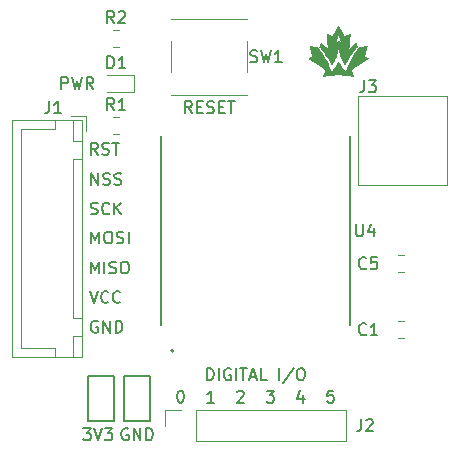
<source format=gto>
G04 #@! TF.GenerationSoftware,KiCad,Pcbnew,(5.1.5)-3*
G04 #@! TF.CreationDate,2020-09-09T21:25:51-04:00*
G04 #@! TF.ProjectId,telemetry_breakout,74656c65-6d65-4747-9279-5f627265616b,rev?*
G04 #@! TF.SameCoordinates,Original*
G04 #@! TF.FileFunction,Legend,Top*
G04 #@! TF.FilePolarity,Positive*
%FSLAX46Y46*%
G04 Gerber Fmt 4.6, Leading zero omitted, Abs format (unit mm)*
G04 Created by KiCad (PCBNEW (5.1.5)-3) date 2020-09-09 21:25:51*
%MOMM*%
%LPD*%
G04 APERTURE LIST*
%ADD10C,0.150000*%
%ADD11C,0.120000*%
%ADD12C,0.200000*%
%ADD13C,0.127000*%
%ADD14C,0.010000*%
G04 APERTURE END LIST*
D10*
X199390095Y-114562000D02*
X199294857Y-114514380D01*
X199152000Y-114514380D01*
X199009142Y-114562000D01*
X198913904Y-114657238D01*
X198866285Y-114752476D01*
X198818666Y-114942952D01*
X198818666Y-115085809D01*
X198866285Y-115276285D01*
X198913904Y-115371523D01*
X199009142Y-115466761D01*
X199152000Y-115514380D01*
X199247238Y-115514380D01*
X199390095Y-115466761D01*
X199437714Y-115419142D01*
X199437714Y-115085809D01*
X199247238Y-115085809D01*
X199866285Y-115514380D02*
X199866285Y-114514380D01*
X200437714Y-115514380D01*
X200437714Y-114514380D01*
X200913904Y-115514380D02*
X200913904Y-114514380D01*
X201152000Y-114514380D01*
X201294857Y-114562000D01*
X201390095Y-114657238D01*
X201437714Y-114752476D01*
X201485333Y-114942952D01*
X201485333Y-115085809D01*
X201437714Y-115276285D01*
X201390095Y-115371523D01*
X201294857Y-115466761D01*
X201152000Y-115514380D01*
X200913904Y-115514380D01*
X195611904Y-114514380D02*
X196230952Y-114514380D01*
X195897619Y-114895333D01*
X196040476Y-114895333D01*
X196135714Y-114942952D01*
X196183333Y-114990571D01*
X196230952Y-115085809D01*
X196230952Y-115323904D01*
X196183333Y-115419142D01*
X196135714Y-115466761D01*
X196040476Y-115514380D01*
X195754761Y-115514380D01*
X195659523Y-115466761D01*
X195611904Y-115419142D01*
X196516666Y-114514380D02*
X196850000Y-115514380D01*
X197183333Y-114514380D01*
X197421428Y-114514380D02*
X198040476Y-114514380D01*
X197707142Y-114895333D01*
X197850000Y-114895333D01*
X197945238Y-114942952D01*
X197992857Y-114990571D01*
X198040476Y-115085809D01*
X198040476Y-115323904D01*
X197992857Y-115419142D01*
X197945238Y-115466761D01*
X197850000Y-115514380D01*
X197564285Y-115514380D01*
X197469047Y-115466761D01*
X197421428Y-115419142D01*
X193738666Y-85796380D02*
X193738666Y-84796380D01*
X194119619Y-84796380D01*
X194214857Y-84844000D01*
X194262476Y-84891619D01*
X194310095Y-84986857D01*
X194310095Y-85129714D01*
X194262476Y-85224952D01*
X194214857Y-85272571D01*
X194119619Y-85320190D01*
X193738666Y-85320190D01*
X194643428Y-84796380D02*
X194881523Y-85796380D01*
X195072000Y-85082095D01*
X195262476Y-85796380D01*
X195500571Y-84796380D01*
X196452952Y-85796380D02*
X196119619Y-85320190D01*
X195881523Y-85796380D02*
X195881523Y-84796380D01*
X196262476Y-84796380D01*
X196357714Y-84844000D01*
X196405333Y-84891619D01*
X196452952Y-84986857D01*
X196452952Y-85129714D01*
X196405333Y-85224952D01*
X196357714Y-85272571D01*
X196262476Y-85320190D01*
X195881523Y-85320190D01*
X206065952Y-110434380D02*
X206065952Y-109434380D01*
X206304047Y-109434380D01*
X206446904Y-109482000D01*
X206542142Y-109577238D01*
X206589761Y-109672476D01*
X206637380Y-109862952D01*
X206637380Y-110005809D01*
X206589761Y-110196285D01*
X206542142Y-110291523D01*
X206446904Y-110386761D01*
X206304047Y-110434380D01*
X206065952Y-110434380D01*
X207065952Y-110434380D02*
X207065952Y-109434380D01*
X208065952Y-109482000D02*
X207970714Y-109434380D01*
X207827857Y-109434380D01*
X207685000Y-109482000D01*
X207589761Y-109577238D01*
X207542142Y-109672476D01*
X207494523Y-109862952D01*
X207494523Y-110005809D01*
X207542142Y-110196285D01*
X207589761Y-110291523D01*
X207685000Y-110386761D01*
X207827857Y-110434380D01*
X207923095Y-110434380D01*
X208065952Y-110386761D01*
X208113571Y-110339142D01*
X208113571Y-110005809D01*
X207923095Y-110005809D01*
X208542142Y-110434380D02*
X208542142Y-109434380D01*
X208875476Y-109434380D02*
X209446904Y-109434380D01*
X209161190Y-110434380D02*
X209161190Y-109434380D01*
X209732619Y-110148666D02*
X210208809Y-110148666D01*
X209637380Y-110434380D02*
X209970714Y-109434380D01*
X210304047Y-110434380D01*
X211113571Y-110434380D02*
X210637380Y-110434380D01*
X210637380Y-109434380D01*
X212208809Y-110434380D02*
X212208809Y-109434380D01*
X213399285Y-109386761D02*
X212542142Y-110672476D01*
X213923095Y-109434380D02*
X214113571Y-109434380D01*
X214208809Y-109482000D01*
X214304047Y-109577238D01*
X214351666Y-109767714D01*
X214351666Y-110101047D01*
X214304047Y-110291523D01*
X214208809Y-110386761D01*
X214113571Y-110434380D01*
X213923095Y-110434380D01*
X213827857Y-110386761D01*
X213732619Y-110291523D01*
X213685000Y-110101047D01*
X213685000Y-109767714D01*
X213732619Y-109577238D01*
X213827857Y-109482000D01*
X213923095Y-109434380D01*
X196809404Y-105450000D02*
X196714166Y-105402380D01*
X196571309Y-105402380D01*
X196428452Y-105450000D01*
X196333214Y-105545238D01*
X196285595Y-105640476D01*
X196237976Y-105830952D01*
X196237976Y-105973809D01*
X196285595Y-106164285D01*
X196333214Y-106259523D01*
X196428452Y-106354761D01*
X196571309Y-106402380D01*
X196666547Y-106402380D01*
X196809404Y-106354761D01*
X196857023Y-106307142D01*
X196857023Y-105973809D01*
X196666547Y-105973809D01*
X197285595Y-106402380D02*
X197285595Y-105402380D01*
X197857023Y-106402380D01*
X197857023Y-105402380D01*
X198333214Y-106402380D02*
X198333214Y-105402380D01*
X198571309Y-105402380D01*
X198714166Y-105450000D01*
X198809404Y-105545238D01*
X198857023Y-105640476D01*
X198904642Y-105830952D01*
X198904642Y-105973809D01*
X198857023Y-106164285D01*
X198809404Y-106259523D01*
X198714166Y-106354761D01*
X198571309Y-106402380D01*
X198333214Y-106402380D01*
X196142738Y-102902380D02*
X196476071Y-103902380D01*
X196809404Y-102902380D01*
X197714166Y-103807142D02*
X197666547Y-103854761D01*
X197523690Y-103902380D01*
X197428452Y-103902380D01*
X197285595Y-103854761D01*
X197190357Y-103759523D01*
X197142738Y-103664285D01*
X197095119Y-103473809D01*
X197095119Y-103330952D01*
X197142738Y-103140476D01*
X197190357Y-103045238D01*
X197285595Y-102950000D01*
X197428452Y-102902380D01*
X197523690Y-102902380D01*
X197666547Y-102950000D01*
X197714166Y-102997619D01*
X198714166Y-103807142D02*
X198666547Y-103854761D01*
X198523690Y-103902380D01*
X198428452Y-103902380D01*
X198285595Y-103854761D01*
X198190357Y-103759523D01*
X198142738Y-103664285D01*
X198095119Y-103473809D01*
X198095119Y-103330952D01*
X198142738Y-103140476D01*
X198190357Y-103045238D01*
X198285595Y-102950000D01*
X198428452Y-102902380D01*
X198523690Y-102902380D01*
X198666547Y-102950000D01*
X198714166Y-102997619D01*
X196235595Y-101402380D02*
X196235595Y-100402380D01*
X196568928Y-101116666D01*
X196902261Y-100402380D01*
X196902261Y-101402380D01*
X197378452Y-101402380D02*
X197378452Y-100402380D01*
X197807023Y-101354761D02*
X197949880Y-101402380D01*
X198187976Y-101402380D01*
X198283214Y-101354761D01*
X198330833Y-101307142D01*
X198378452Y-101211904D01*
X198378452Y-101116666D01*
X198330833Y-101021428D01*
X198283214Y-100973809D01*
X198187976Y-100926190D01*
X197997500Y-100878571D01*
X197902261Y-100830952D01*
X197854642Y-100783333D01*
X197807023Y-100688095D01*
X197807023Y-100592857D01*
X197854642Y-100497619D01*
X197902261Y-100450000D01*
X197997500Y-100402380D01*
X198235595Y-100402380D01*
X198378452Y-100450000D01*
X198997500Y-100402380D02*
X199187976Y-100402380D01*
X199283214Y-100450000D01*
X199378452Y-100545238D01*
X199426071Y-100735714D01*
X199426071Y-101069047D01*
X199378452Y-101259523D01*
X199283214Y-101354761D01*
X199187976Y-101402380D01*
X198997500Y-101402380D01*
X198902261Y-101354761D01*
X198807023Y-101259523D01*
X198759404Y-101069047D01*
X198759404Y-100735714D01*
X198807023Y-100545238D01*
X198902261Y-100450000D01*
X198997500Y-100402380D01*
X196285595Y-98852380D02*
X196285595Y-97852380D01*
X196618928Y-98566666D01*
X196952261Y-97852380D01*
X196952261Y-98852380D01*
X197618928Y-97852380D02*
X197809404Y-97852380D01*
X197904642Y-97900000D01*
X197999880Y-97995238D01*
X198047500Y-98185714D01*
X198047500Y-98519047D01*
X197999880Y-98709523D01*
X197904642Y-98804761D01*
X197809404Y-98852380D01*
X197618928Y-98852380D01*
X197523690Y-98804761D01*
X197428452Y-98709523D01*
X197380833Y-98519047D01*
X197380833Y-98185714D01*
X197428452Y-97995238D01*
X197523690Y-97900000D01*
X197618928Y-97852380D01*
X198428452Y-98804761D02*
X198571309Y-98852380D01*
X198809404Y-98852380D01*
X198904642Y-98804761D01*
X198952261Y-98757142D01*
X198999880Y-98661904D01*
X198999880Y-98566666D01*
X198952261Y-98471428D01*
X198904642Y-98423809D01*
X198809404Y-98376190D01*
X198618928Y-98328571D01*
X198523690Y-98280952D01*
X198476071Y-98233333D01*
X198428452Y-98138095D01*
X198428452Y-98042857D01*
X198476071Y-97947619D01*
X198523690Y-97900000D01*
X198618928Y-97852380D01*
X198857023Y-97852380D01*
X198999880Y-97900000D01*
X199428452Y-98852380D02*
X199428452Y-97852380D01*
X196237976Y-96354761D02*
X196380833Y-96402380D01*
X196618928Y-96402380D01*
X196714166Y-96354761D01*
X196761785Y-96307142D01*
X196809404Y-96211904D01*
X196809404Y-96116666D01*
X196761785Y-96021428D01*
X196714166Y-95973809D01*
X196618928Y-95926190D01*
X196428452Y-95878571D01*
X196333214Y-95830952D01*
X196285595Y-95783333D01*
X196237976Y-95688095D01*
X196237976Y-95592857D01*
X196285595Y-95497619D01*
X196333214Y-95450000D01*
X196428452Y-95402380D01*
X196666547Y-95402380D01*
X196809404Y-95450000D01*
X197809404Y-96307142D02*
X197761785Y-96354761D01*
X197618928Y-96402380D01*
X197523690Y-96402380D01*
X197380833Y-96354761D01*
X197285595Y-96259523D01*
X197237976Y-96164285D01*
X197190357Y-95973809D01*
X197190357Y-95830952D01*
X197237976Y-95640476D01*
X197285595Y-95545238D01*
X197380833Y-95450000D01*
X197523690Y-95402380D01*
X197618928Y-95402380D01*
X197761785Y-95450000D01*
X197809404Y-95497619D01*
X198237976Y-96402380D02*
X198237976Y-95402380D01*
X198809404Y-96402380D02*
X198380833Y-95830952D01*
X198809404Y-95402380D02*
X198237976Y-95973809D01*
X196285595Y-93902380D02*
X196285595Y-92902380D01*
X196857023Y-93902380D01*
X196857023Y-92902380D01*
X197285595Y-93854761D02*
X197428452Y-93902380D01*
X197666547Y-93902380D01*
X197761785Y-93854761D01*
X197809404Y-93807142D01*
X197857023Y-93711904D01*
X197857023Y-93616666D01*
X197809404Y-93521428D01*
X197761785Y-93473809D01*
X197666547Y-93426190D01*
X197476071Y-93378571D01*
X197380833Y-93330952D01*
X197333214Y-93283333D01*
X197285595Y-93188095D01*
X197285595Y-93092857D01*
X197333214Y-92997619D01*
X197380833Y-92950000D01*
X197476071Y-92902380D01*
X197714166Y-92902380D01*
X197857023Y-92950000D01*
X198237976Y-93854761D02*
X198380833Y-93902380D01*
X198618928Y-93902380D01*
X198714166Y-93854761D01*
X198761785Y-93807142D01*
X198809404Y-93711904D01*
X198809404Y-93616666D01*
X198761785Y-93521428D01*
X198714166Y-93473809D01*
X198618928Y-93426190D01*
X198428452Y-93378571D01*
X198333214Y-93330952D01*
X198285595Y-93283333D01*
X198237976Y-93188095D01*
X198237976Y-93092857D01*
X198285595Y-92997619D01*
X198333214Y-92950000D01*
X198428452Y-92902380D01*
X198666547Y-92902380D01*
X198809404Y-92950000D01*
X196807023Y-91352380D02*
X196473690Y-90876190D01*
X196235595Y-91352380D02*
X196235595Y-90352380D01*
X196616547Y-90352380D01*
X196711785Y-90400000D01*
X196759404Y-90447619D01*
X196807023Y-90542857D01*
X196807023Y-90685714D01*
X196759404Y-90780952D01*
X196711785Y-90828571D01*
X196616547Y-90876190D01*
X196235595Y-90876190D01*
X197187976Y-91304761D02*
X197330833Y-91352380D01*
X197568928Y-91352380D01*
X197664166Y-91304761D01*
X197711785Y-91257142D01*
X197759404Y-91161904D01*
X197759404Y-91066666D01*
X197711785Y-90971428D01*
X197664166Y-90923809D01*
X197568928Y-90876190D01*
X197378452Y-90828571D01*
X197283214Y-90780952D01*
X197235595Y-90733333D01*
X197187976Y-90638095D01*
X197187976Y-90542857D01*
X197235595Y-90447619D01*
X197283214Y-90400000D01*
X197378452Y-90352380D01*
X197616547Y-90352380D01*
X197759404Y-90400000D01*
X198045119Y-90352380D02*
X198616547Y-90352380D01*
X198330833Y-91352380D02*
X198330833Y-90352380D01*
X204795619Y-87828380D02*
X204462285Y-87352190D01*
X204224190Y-87828380D02*
X204224190Y-86828380D01*
X204605142Y-86828380D01*
X204700380Y-86876000D01*
X204748000Y-86923619D01*
X204795619Y-87018857D01*
X204795619Y-87161714D01*
X204748000Y-87256952D01*
X204700380Y-87304571D01*
X204605142Y-87352190D01*
X204224190Y-87352190D01*
X205224190Y-87304571D02*
X205557523Y-87304571D01*
X205700380Y-87828380D02*
X205224190Y-87828380D01*
X205224190Y-86828380D01*
X205700380Y-86828380D01*
X206081333Y-87780761D02*
X206224190Y-87828380D01*
X206462285Y-87828380D01*
X206557523Y-87780761D01*
X206605142Y-87733142D01*
X206652761Y-87637904D01*
X206652761Y-87542666D01*
X206605142Y-87447428D01*
X206557523Y-87399809D01*
X206462285Y-87352190D01*
X206271809Y-87304571D01*
X206176571Y-87256952D01*
X206128952Y-87209333D01*
X206081333Y-87114095D01*
X206081333Y-87018857D01*
X206128952Y-86923619D01*
X206176571Y-86876000D01*
X206271809Y-86828380D01*
X206509904Y-86828380D01*
X206652761Y-86876000D01*
X207081333Y-87304571D02*
X207414666Y-87304571D01*
X207557523Y-87828380D02*
X207081333Y-87828380D01*
X207081333Y-86828380D01*
X207557523Y-86828380D01*
X207843238Y-86828380D02*
X208414666Y-86828380D01*
X208128952Y-87828380D02*
X208128952Y-86828380D01*
X216773095Y-111339380D02*
X216296904Y-111339380D01*
X216249285Y-111815571D01*
X216296904Y-111767952D01*
X216392142Y-111720333D01*
X216630238Y-111720333D01*
X216725476Y-111767952D01*
X216773095Y-111815571D01*
X216820714Y-111910809D01*
X216820714Y-112148904D01*
X216773095Y-112244142D01*
X216725476Y-112291761D01*
X216630238Y-112339380D01*
X216392142Y-112339380D01*
X216296904Y-112291761D01*
X216249285Y-112244142D01*
X214185476Y-111672714D02*
X214185476Y-112339380D01*
X213947380Y-111291761D02*
X213709285Y-112006047D01*
X214328333Y-112006047D01*
X211121666Y-111339380D02*
X211740714Y-111339380D01*
X211407380Y-111720333D01*
X211550238Y-111720333D01*
X211645476Y-111767952D01*
X211693095Y-111815571D01*
X211740714Y-111910809D01*
X211740714Y-112148904D01*
X211693095Y-112244142D01*
X211645476Y-112291761D01*
X211550238Y-112339380D01*
X211264523Y-112339380D01*
X211169285Y-112291761D01*
X211121666Y-112244142D01*
X208629285Y-111434619D02*
X208676904Y-111387000D01*
X208772142Y-111339380D01*
X209010238Y-111339380D01*
X209105476Y-111387000D01*
X209153095Y-111434619D01*
X209200714Y-111529857D01*
X209200714Y-111625095D01*
X209153095Y-111767952D01*
X208581666Y-112339380D01*
X209200714Y-112339380D01*
X206660714Y-112339380D02*
X206089285Y-112339380D01*
X206375000Y-112339380D02*
X206375000Y-111339380D01*
X206279761Y-111482238D01*
X206184523Y-111577476D01*
X206089285Y-111625095D01*
X203787380Y-111339380D02*
X203882619Y-111339380D01*
X203977857Y-111387000D01*
X204025476Y-111434619D01*
X204073095Y-111529857D01*
X204120714Y-111720333D01*
X204120714Y-111958428D01*
X204073095Y-112148904D01*
X204025476Y-112244142D01*
X203977857Y-112291761D01*
X203882619Y-112339380D01*
X203787380Y-112339380D01*
X203692142Y-112291761D01*
X203644523Y-112244142D01*
X203596904Y-112148904D01*
X203549285Y-111958428D01*
X203549285Y-111720333D01*
X203596904Y-111529857D01*
X203644523Y-111434619D01*
X203692142Y-111387000D01*
X203787380Y-111339380D01*
X201252000Y-113914000D02*
X199052000Y-113914000D01*
X201252000Y-110114000D02*
X201252000Y-113914000D01*
X199052000Y-110114000D02*
X201252000Y-110114000D01*
X199052000Y-113914000D02*
X199052000Y-110114000D01*
X198204000Y-113914000D02*
X196004000Y-113914000D01*
X198204000Y-110114000D02*
X198204000Y-113914000D01*
X196004000Y-110114000D02*
X198204000Y-110114000D01*
X196004000Y-113914000D02*
X196004000Y-110114000D01*
D11*
X198635252Y-80824000D02*
X198112748Y-80824000D01*
X198635252Y-82244000D02*
X198112748Y-82244000D01*
X199859000Y-84609000D02*
X197574000Y-84609000D01*
X199859000Y-86079000D02*
X199859000Y-84609000D01*
X197574000Y-86079000D02*
X199859000Y-86079000D01*
D12*
X203235000Y-107940000D02*
G75*
G03X203235000Y-107940000I-100000J0D01*
G01*
D13*
X202185000Y-105790000D02*
X202185000Y-89790000D01*
X218185000Y-105790000D02*
X218185000Y-89790000D01*
D14*
G36*
X217177914Y-80447905D02*
G01*
X217188516Y-80465069D01*
X217204733Y-80492494D01*
X217226017Y-80529215D01*
X217251817Y-80574269D01*
X217281583Y-80626690D01*
X217314765Y-80685515D01*
X217350813Y-80749778D01*
X217389176Y-80818517D01*
X217422447Y-80878394D01*
X217462369Y-80950367D01*
X217500398Y-81018895D01*
X217535983Y-81082988D01*
X217568574Y-81141656D01*
X217597619Y-81193908D01*
X217622569Y-81238755D01*
X217642873Y-81275205D01*
X217657980Y-81302270D01*
X217667339Y-81318958D01*
X217670334Y-81324197D01*
X217674557Y-81325601D01*
X217684410Y-81323950D01*
X217700913Y-81318851D01*
X217725090Y-81309909D01*
X217757962Y-81296728D01*
X217800551Y-81278916D01*
X217853880Y-81256076D01*
X217910783Y-81231385D01*
X217964229Y-81208260D01*
X218013633Y-81187198D01*
X218057555Y-81168790D01*
X218094557Y-81153625D01*
X218123199Y-81142293D01*
X218142043Y-81135382D01*
X218149651Y-81133482D01*
X218149700Y-81133517D01*
X218149680Y-81140923D01*
X218148395Y-81161208D01*
X218145930Y-81193399D01*
X218142371Y-81236522D01*
X218137805Y-81289605D01*
X218132318Y-81351673D01*
X218125995Y-81421755D01*
X218118924Y-81498876D01*
X218111190Y-81582064D01*
X218102880Y-81670345D01*
X218094080Y-81762747D01*
X218092606Y-81778113D01*
X218083721Y-81871058D01*
X218075282Y-81960014D01*
X218067379Y-82044010D01*
X218060099Y-82122077D01*
X218053532Y-82193244D01*
X218047764Y-82256541D01*
X218042885Y-82310998D01*
X218038983Y-82355643D01*
X218036146Y-82389507D01*
X218034462Y-82411619D01*
X218034020Y-82421010D01*
X218034073Y-82421269D01*
X218039652Y-82417311D01*
X218054688Y-82404887D01*
X218078257Y-82384803D01*
X218109434Y-82357863D01*
X218147296Y-82324873D01*
X218190918Y-82286636D01*
X218239376Y-82243959D01*
X218291745Y-82197646D01*
X218338061Y-82156540D01*
X218393108Y-82107694D01*
X218445100Y-82061723D01*
X218493100Y-82019445D01*
X218536174Y-81981676D01*
X218573385Y-81949233D01*
X218603797Y-81922931D01*
X218626475Y-81903587D01*
X218640482Y-81892018D01*
X218644853Y-81888905D01*
X218646978Y-81890463D01*
X218650242Y-81895908D01*
X218655099Y-81906398D01*
X218662001Y-81923089D01*
X218671401Y-81947138D01*
X218683751Y-81979702D01*
X218699503Y-82021939D01*
X218719111Y-82075004D01*
X218741753Y-82136583D01*
X218762427Y-82192892D01*
X218703126Y-82261302D01*
X218626616Y-82351806D01*
X218546367Y-82450895D01*
X218463504Y-82556960D01*
X218379153Y-82668391D01*
X218294440Y-82783578D01*
X218210490Y-82900911D01*
X218128429Y-83018779D01*
X218049382Y-83135573D01*
X217974476Y-83249683D01*
X217904836Y-83359499D01*
X217841587Y-83463410D01*
X217785856Y-83559807D01*
X217752192Y-83621437D01*
X217714401Y-83692623D01*
X217691445Y-83659258D01*
X217647684Y-83590895D01*
X217602339Y-83511222D01*
X217556500Y-83422587D01*
X217511257Y-83327337D01*
X217467702Y-83227821D01*
X217426925Y-83126387D01*
X217390016Y-83025383D01*
X217371808Y-82971014D01*
X217338975Y-82863980D01*
X217306111Y-82746397D01*
X217274045Y-82621606D01*
X217243605Y-82492948D01*
X217215619Y-82363766D01*
X217193846Y-82253197D01*
X217174129Y-82147764D01*
X217138304Y-82326266D01*
X217098713Y-82512152D01*
X217057007Y-82685290D01*
X217012810Y-82846738D01*
X216965747Y-82997556D01*
X216915443Y-83138803D01*
X216861522Y-83271539D01*
X216803609Y-83396822D01*
X216741330Y-83515714D01*
X216680269Y-83619689D01*
X216663644Y-83646104D01*
X216649432Y-83667856D01*
X216639357Y-83682356D01*
X216635446Y-83686989D01*
X216630281Y-83682639D01*
X216620666Y-83668340D01*
X216608237Y-83646659D01*
X216600963Y-83632849D01*
X216560515Y-83557484D01*
X216511891Y-83473061D01*
X216456079Y-83380995D01*
X216394066Y-83282702D01*
X216326841Y-83179597D01*
X216255391Y-83073097D01*
X216180704Y-82964616D01*
X216103769Y-82855572D01*
X216025574Y-82747379D01*
X215947106Y-82641454D01*
X215869353Y-82539213D01*
X215793304Y-82442070D01*
X215719947Y-82351442D01*
X215650269Y-82268745D01*
X215643833Y-82261302D01*
X215584533Y-82192892D01*
X215605206Y-82136583D01*
X215628904Y-82072136D01*
X215648316Y-82019618D01*
X215663892Y-81977874D01*
X215676085Y-81945748D01*
X215685347Y-81922082D01*
X215692130Y-81905722D01*
X215696886Y-81895510D01*
X215700067Y-81890291D01*
X215702032Y-81888905D01*
X215708122Y-81893401D01*
X215723664Y-81906345D01*
X215747720Y-81926921D01*
X215779355Y-81954313D01*
X215817634Y-81987706D01*
X215861620Y-82026283D01*
X215910378Y-82069228D01*
X215962971Y-82115726D01*
X216008901Y-82156462D01*
X216063864Y-82205191D01*
X216115687Y-82250962D01*
X216163446Y-82292973D01*
X216206218Y-82330418D01*
X216243078Y-82362492D01*
X216273102Y-82388390D01*
X216295366Y-82407309D01*
X216308945Y-82418444D01*
X216312964Y-82421192D01*
X216312725Y-82414009D01*
X216311230Y-82393944D01*
X216308567Y-82361966D01*
X216304825Y-82319047D01*
X216300093Y-82266155D01*
X216294459Y-82204261D01*
X216288011Y-82134336D01*
X216280838Y-82057350D01*
X216273027Y-81974272D01*
X216264669Y-81886073D01*
X216263589Y-81874759D01*
X216920620Y-81874759D01*
X216923163Y-81875501D01*
X216933388Y-81867970D01*
X216949168Y-81853764D01*
X216951210Y-81851806D01*
X216975828Y-81831313D01*
X217006418Y-81810308D01*
X217034302Y-81794429D01*
X217096412Y-81770844D01*
X217159461Y-81760774D01*
X217222073Y-81764010D01*
X217282872Y-81780343D01*
X217340481Y-81809563D01*
X217390452Y-81848553D01*
X217408262Y-81864419D01*
X217420904Y-81874124D01*
X217426292Y-81876124D01*
X217426181Y-81874987D01*
X217423497Y-81866617D01*
X217417047Y-81846151D01*
X217407204Y-81814781D01*
X217394341Y-81773698D01*
X217378830Y-81724096D01*
X217361044Y-81667164D01*
X217341357Y-81604097D01*
X217320140Y-81536085D01*
X217298880Y-81467891D01*
X217276647Y-81396600D01*
X217255658Y-81329371D01*
X217236273Y-81267361D01*
X217218857Y-81211728D01*
X217203771Y-81163628D01*
X217191380Y-81124219D01*
X217182046Y-81094658D01*
X217176131Y-81076103D01*
X217174004Y-81069712D01*
X217171770Y-81075888D01*
X217165765Y-81094210D01*
X217156352Y-81123536D01*
X217143891Y-81162722D01*
X217128745Y-81210624D01*
X217111274Y-81266100D01*
X217091841Y-81328005D01*
X217070807Y-81395196D01*
X217048583Y-81466370D01*
X217026201Y-81538109D01*
X217004991Y-81606032D01*
X216985324Y-81668951D01*
X216967573Y-81725677D01*
X216952112Y-81775021D01*
X216939311Y-81815795D01*
X216929544Y-81846811D01*
X216923183Y-81866879D01*
X216920620Y-81874759D01*
X216263589Y-81874759D01*
X216255850Y-81793724D01*
X216254353Y-81778113D01*
X216245482Y-81685131D01*
X216237088Y-81596110D01*
X216229257Y-81512023D01*
X216222076Y-81433843D01*
X216215631Y-81362543D01*
X216210008Y-81299098D01*
X216205293Y-81244479D01*
X216201572Y-81199661D01*
X216198931Y-81165617D01*
X216197457Y-81143320D01*
X216197235Y-81133742D01*
X216197323Y-81133454D01*
X216204486Y-81135128D01*
X216222938Y-81141832D01*
X216251236Y-81152974D01*
X216287938Y-81167966D01*
X216331599Y-81186218D01*
X216380775Y-81207139D01*
X216434024Y-81230139D01*
X216435125Y-81230618D01*
X216488386Y-81253770D01*
X216537506Y-81275069D01*
X216581053Y-81293899D01*
X216617596Y-81309642D01*
X216645705Y-81321683D01*
X216663949Y-81329405D01*
X216670895Y-81332191D01*
X216670909Y-81332192D01*
X216674585Y-81326261D01*
X216684460Y-81309103D01*
X216700002Y-81281672D01*
X216720677Y-81244922D01*
X216745952Y-81199806D01*
X216775293Y-81147279D01*
X216808167Y-81088293D01*
X216844040Y-81023804D01*
X216882378Y-80954763D01*
X216919911Y-80887066D01*
X216960149Y-80814606D01*
X216998532Y-80745811D01*
X217034516Y-80681636D01*
X217067558Y-80623036D01*
X217097113Y-80570967D01*
X217122638Y-80526382D01*
X217143587Y-80490238D01*
X217159418Y-80463489D01*
X217169585Y-80447091D01*
X217173480Y-80441967D01*
X217177914Y-80447905D01*
G37*
X217177914Y-80447905D02*
X217188516Y-80465069D01*
X217204733Y-80492494D01*
X217226017Y-80529215D01*
X217251817Y-80574269D01*
X217281583Y-80626690D01*
X217314765Y-80685515D01*
X217350813Y-80749778D01*
X217389176Y-80818517D01*
X217422447Y-80878394D01*
X217462369Y-80950367D01*
X217500398Y-81018895D01*
X217535983Y-81082988D01*
X217568574Y-81141656D01*
X217597619Y-81193908D01*
X217622569Y-81238755D01*
X217642873Y-81275205D01*
X217657980Y-81302270D01*
X217667339Y-81318958D01*
X217670334Y-81324197D01*
X217674557Y-81325601D01*
X217684410Y-81323950D01*
X217700913Y-81318851D01*
X217725090Y-81309909D01*
X217757962Y-81296728D01*
X217800551Y-81278916D01*
X217853880Y-81256076D01*
X217910783Y-81231385D01*
X217964229Y-81208260D01*
X218013633Y-81187198D01*
X218057555Y-81168790D01*
X218094557Y-81153625D01*
X218123199Y-81142293D01*
X218142043Y-81135382D01*
X218149651Y-81133482D01*
X218149700Y-81133517D01*
X218149680Y-81140923D01*
X218148395Y-81161208D01*
X218145930Y-81193399D01*
X218142371Y-81236522D01*
X218137805Y-81289605D01*
X218132318Y-81351673D01*
X218125995Y-81421755D01*
X218118924Y-81498876D01*
X218111190Y-81582064D01*
X218102880Y-81670345D01*
X218094080Y-81762747D01*
X218092606Y-81778113D01*
X218083721Y-81871058D01*
X218075282Y-81960014D01*
X218067379Y-82044010D01*
X218060099Y-82122077D01*
X218053532Y-82193244D01*
X218047764Y-82256541D01*
X218042885Y-82310998D01*
X218038983Y-82355643D01*
X218036146Y-82389507D01*
X218034462Y-82411619D01*
X218034020Y-82421010D01*
X218034073Y-82421269D01*
X218039652Y-82417311D01*
X218054688Y-82404887D01*
X218078257Y-82384803D01*
X218109434Y-82357863D01*
X218147296Y-82324873D01*
X218190918Y-82286636D01*
X218239376Y-82243959D01*
X218291745Y-82197646D01*
X218338061Y-82156540D01*
X218393108Y-82107694D01*
X218445100Y-82061723D01*
X218493100Y-82019445D01*
X218536174Y-81981676D01*
X218573385Y-81949233D01*
X218603797Y-81922931D01*
X218626475Y-81903587D01*
X218640482Y-81892018D01*
X218644853Y-81888905D01*
X218646978Y-81890463D01*
X218650242Y-81895908D01*
X218655099Y-81906398D01*
X218662001Y-81923089D01*
X218671401Y-81947138D01*
X218683751Y-81979702D01*
X218699503Y-82021939D01*
X218719111Y-82075004D01*
X218741753Y-82136583D01*
X218762427Y-82192892D01*
X218703126Y-82261302D01*
X218626616Y-82351806D01*
X218546367Y-82450895D01*
X218463504Y-82556960D01*
X218379153Y-82668391D01*
X218294440Y-82783578D01*
X218210490Y-82900911D01*
X218128429Y-83018779D01*
X218049382Y-83135573D01*
X217974476Y-83249683D01*
X217904836Y-83359499D01*
X217841587Y-83463410D01*
X217785856Y-83559807D01*
X217752192Y-83621437D01*
X217714401Y-83692623D01*
X217691445Y-83659258D01*
X217647684Y-83590895D01*
X217602339Y-83511222D01*
X217556500Y-83422587D01*
X217511257Y-83327337D01*
X217467702Y-83227821D01*
X217426925Y-83126387D01*
X217390016Y-83025383D01*
X217371808Y-82971014D01*
X217338975Y-82863980D01*
X217306111Y-82746397D01*
X217274045Y-82621606D01*
X217243605Y-82492948D01*
X217215619Y-82363766D01*
X217193846Y-82253197D01*
X217174129Y-82147764D01*
X217138304Y-82326266D01*
X217098713Y-82512152D01*
X217057007Y-82685290D01*
X217012810Y-82846738D01*
X216965747Y-82997556D01*
X216915443Y-83138803D01*
X216861522Y-83271539D01*
X216803609Y-83396822D01*
X216741330Y-83515714D01*
X216680269Y-83619689D01*
X216663644Y-83646104D01*
X216649432Y-83667856D01*
X216639357Y-83682356D01*
X216635446Y-83686989D01*
X216630281Y-83682639D01*
X216620666Y-83668340D01*
X216608237Y-83646659D01*
X216600963Y-83632849D01*
X216560515Y-83557484D01*
X216511891Y-83473061D01*
X216456079Y-83380995D01*
X216394066Y-83282702D01*
X216326841Y-83179597D01*
X216255391Y-83073097D01*
X216180704Y-82964616D01*
X216103769Y-82855572D01*
X216025574Y-82747379D01*
X215947106Y-82641454D01*
X215869353Y-82539213D01*
X215793304Y-82442070D01*
X215719947Y-82351442D01*
X215650269Y-82268745D01*
X215643833Y-82261302D01*
X215584533Y-82192892D01*
X215605206Y-82136583D01*
X215628904Y-82072136D01*
X215648316Y-82019618D01*
X215663892Y-81977874D01*
X215676085Y-81945748D01*
X215685347Y-81922082D01*
X215692130Y-81905722D01*
X215696886Y-81895510D01*
X215700067Y-81890291D01*
X215702032Y-81888905D01*
X215708122Y-81893401D01*
X215723664Y-81906345D01*
X215747720Y-81926921D01*
X215779355Y-81954313D01*
X215817634Y-81987706D01*
X215861620Y-82026283D01*
X215910378Y-82069228D01*
X215962971Y-82115726D01*
X216008901Y-82156462D01*
X216063864Y-82205191D01*
X216115687Y-82250962D01*
X216163446Y-82292973D01*
X216206218Y-82330418D01*
X216243078Y-82362492D01*
X216273102Y-82388390D01*
X216295366Y-82407309D01*
X216308945Y-82418444D01*
X216312964Y-82421192D01*
X216312725Y-82414009D01*
X216311230Y-82393944D01*
X216308567Y-82361966D01*
X216304825Y-82319047D01*
X216300093Y-82266155D01*
X216294459Y-82204261D01*
X216288011Y-82134336D01*
X216280838Y-82057350D01*
X216273027Y-81974272D01*
X216264669Y-81886073D01*
X216263589Y-81874759D01*
X216920620Y-81874759D01*
X216923163Y-81875501D01*
X216933388Y-81867970D01*
X216949168Y-81853764D01*
X216951210Y-81851806D01*
X216975828Y-81831313D01*
X217006418Y-81810308D01*
X217034302Y-81794429D01*
X217096412Y-81770844D01*
X217159461Y-81760774D01*
X217222073Y-81764010D01*
X217282872Y-81780343D01*
X217340481Y-81809563D01*
X217390452Y-81848553D01*
X217408262Y-81864419D01*
X217420904Y-81874124D01*
X217426292Y-81876124D01*
X217426181Y-81874987D01*
X217423497Y-81866617D01*
X217417047Y-81846151D01*
X217407204Y-81814781D01*
X217394341Y-81773698D01*
X217378830Y-81724096D01*
X217361044Y-81667164D01*
X217341357Y-81604097D01*
X217320140Y-81536085D01*
X217298880Y-81467891D01*
X217276647Y-81396600D01*
X217255658Y-81329371D01*
X217236273Y-81267361D01*
X217218857Y-81211728D01*
X217203771Y-81163628D01*
X217191380Y-81124219D01*
X217182046Y-81094658D01*
X217176131Y-81076103D01*
X217174004Y-81069712D01*
X217171770Y-81075888D01*
X217165765Y-81094210D01*
X217156352Y-81123536D01*
X217143891Y-81162722D01*
X217128745Y-81210624D01*
X217111274Y-81266100D01*
X217091841Y-81328005D01*
X217070807Y-81395196D01*
X217048583Y-81466370D01*
X217026201Y-81538109D01*
X217004991Y-81606032D01*
X216985324Y-81668951D01*
X216967573Y-81725677D01*
X216952112Y-81775021D01*
X216939311Y-81815795D01*
X216929544Y-81846811D01*
X216923183Y-81866879D01*
X216920620Y-81874759D01*
X216263589Y-81874759D01*
X216255850Y-81793724D01*
X216254353Y-81778113D01*
X216245482Y-81685131D01*
X216237088Y-81596110D01*
X216229257Y-81512023D01*
X216222076Y-81433843D01*
X216215631Y-81362543D01*
X216210008Y-81299098D01*
X216205293Y-81244479D01*
X216201572Y-81199661D01*
X216198931Y-81165617D01*
X216197457Y-81143320D01*
X216197235Y-81133742D01*
X216197323Y-81133454D01*
X216204486Y-81135128D01*
X216222938Y-81141832D01*
X216251236Y-81152974D01*
X216287938Y-81167966D01*
X216331599Y-81186218D01*
X216380775Y-81207139D01*
X216434024Y-81230139D01*
X216435125Y-81230618D01*
X216488386Y-81253770D01*
X216537506Y-81275069D01*
X216581053Y-81293899D01*
X216617596Y-81309642D01*
X216645705Y-81321683D01*
X216663949Y-81329405D01*
X216670895Y-81332191D01*
X216670909Y-81332192D01*
X216674585Y-81326261D01*
X216684460Y-81309103D01*
X216700002Y-81281672D01*
X216720677Y-81244922D01*
X216745952Y-81199806D01*
X216775293Y-81147279D01*
X216808167Y-81088293D01*
X216844040Y-81023804D01*
X216882378Y-80954763D01*
X216919911Y-80887066D01*
X216960149Y-80814606D01*
X216998532Y-80745811D01*
X217034516Y-80681636D01*
X217067558Y-80623036D01*
X217097113Y-80570967D01*
X217122638Y-80526382D01*
X217143587Y-80490238D01*
X217159418Y-80463489D01*
X217169585Y-80447091D01*
X217173480Y-80441967D01*
X217177914Y-80447905D01*
G36*
X214770697Y-82143970D02*
G01*
X214790033Y-82147400D01*
X214820352Y-82153030D01*
X214860319Y-82160605D01*
X214908599Y-82169871D01*
X214963859Y-82180572D01*
X215024762Y-82192455D01*
X215089976Y-82205263D01*
X215091094Y-82205484D01*
X215171677Y-82221474D01*
X215239475Y-82235182D01*
X215295396Y-82246815D01*
X215340348Y-82256580D01*
X215375239Y-82264683D01*
X215400978Y-82271330D01*
X215418474Y-82276729D01*
X215428633Y-82281085D01*
X215431102Y-82282804D01*
X215443574Y-82296227D01*
X215462726Y-82319656D01*
X215487447Y-82351566D01*
X215516624Y-82390433D01*
X215549144Y-82434732D01*
X215583896Y-82482937D01*
X215619767Y-82533524D01*
X215655644Y-82584969D01*
X215690415Y-82635745D01*
X215712273Y-82668234D01*
X215815542Y-82827334D01*
X215916719Y-82991776D01*
X216014654Y-83159429D01*
X216108199Y-83328163D01*
X216196202Y-83495847D01*
X216277513Y-83660352D01*
X216350984Y-83819546D01*
X216414782Y-83969617D01*
X216430866Y-84010630D01*
X216448350Y-84057438D01*
X216466411Y-84107618D01*
X216484230Y-84158749D01*
X216500987Y-84208409D01*
X216515860Y-84254176D01*
X216528030Y-84293629D01*
X216536676Y-84324346D01*
X216540389Y-84340372D01*
X216544647Y-84357015D01*
X216549120Y-84365845D01*
X216550077Y-84366274D01*
X216556754Y-84361234D01*
X216571072Y-84347142D01*
X216591646Y-84325541D01*
X216617088Y-84297973D01*
X216646016Y-84265981D01*
X216677042Y-84231108D01*
X216708782Y-84194897D01*
X216739851Y-84158889D01*
X216768864Y-84124628D01*
X216790049Y-84099040D01*
X216854931Y-84017140D01*
X216914680Y-83936123D01*
X216971417Y-83852812D01*
X217027268Y-83764035D01*
X217084354Y-83666615D01*
X217110812Y-83619471D01*
X217130513Y-83584757D01*
X217148166Y-83555166D01*
X217162620Y-83532505D01*
X217172728Y-83518579D01*
X217177259Y-83515088D01*
X217182526Y-83523146D01*
X217192843Y-83540848D01*
X217206705Y-83565556D01*
X217222178Y-83593836D01*
X217299089Y-83729716D01*
X217377247Y-83854810D01*
X217458710Y-83972225D01*
X217545537Y-84085070D01*
X217556337Y-84098357D01*
X217582781Y-84130211D01*
X217612384Y-84165040D01*
X217643767Y-84201306D01*
X217675545Y-84237468D01*
X217706339Y-84271989D01*
X217734766Y-84303329D01*
X217759445Y-84329948D01*
X217778992Y-84350309D01*
X217792028Y-84362872D01*
X217796883Y-84366274D01*
X217801129Y-84360181D01*
X217805610Y-84345069D01*
X217806571Y-84340372D01*
X217811986Y-84317926D01*
X217821549Y-84284900D01*
X217834440Y-84243717D01*
X217849838Y-84196799D01*
X217866924Y-84146567D01*
X217884876Y-84095443D01*
X217902873Y-84045849D01*
X217920097Y-84000206D01*
X217932178Y-83969617D01*
X217995492Y-83820701D01*
X218067659Y-83664261D01*
X218147518Y-83502442D01*
X218233912Y-83337390D01*
X218325683Y-83171251D01*
X218421672Y-83006171D01*
X218520722Y-82844296D01*
X218621675Y-82687772D01*
X218633995Y-82669251D01*
X218667378Y-82619822D01*
X218702611Y-82568694D01*
X218738585Y-82517389D01*
X218774188Y-82467430D01*
X218808312Y-82420339D01*
X218839845Y-82377639D01*
X218867678Y-82340854D01*
X218890700Y-82311504D01*
X218907802Y-82291114D01*
X218915553Y-82283079D01*
X218922906Y-82279111D01*
X218937791Y-82274066D01*
X218961057Y-82267752D01*
X218993552Y-82259977D01*
X219036124Y-82250547D01*
X219089624Y-82239271D01*
X219154898Y-82225955D01*
X219232795Y-82210407D01*
X219255561Y-82205908D01*
X219320866Y-82193064D01*
X219381884Y-82181137D01*
X219437281Y-82170382D01*
X219485724Y-82161055D01*
X219525878Y-82153412D01*
X219556409Y-82147708D01*
X219575985Y-82144198D01*
X219583271Y-82143137D01*
X219583282Y-82143143D01*
X219581871Y-82149843D01*
X219577357Y-82168646D01*
X219570092Y-82198171D01*
X219560424Y-82237039D01*
X219548704Y-82283869D01*
X219535282Y-82337282D01*
X219520509Y-82395897D01*
X219504733Y-82458334D01*
X219488307Y-82523214D01*
X219471579Y-82589155D01*
X219454899Y-82654779D01*
X219438619Y-82718704D01*
X219423087Y-82779551D01*
X219408655Y-82835940D01*
X219395672Y-82886491D01*
X219384488Y-82929823D01*
X219375454Y-82964557D01*
X219368920Y-82989312D01*
X219365235Y-83002708D01*
X219365076Y-83003241D01*
X219366765Y-83008541D01*
X219375068Y-83016598D01*
X219391059Y-83028116D01*
X219415815Y-83043804D01*
X219450413Y-83064366D01*
X219495929Y-83090511D01*
X219511465Y-83099317D01*
X219552695Y-83122840D01*
X219589584Y-83144285D01*
X219620494Y-83162666D01*
X219643786Y-83176997D01*
X219657821Y-83186294D01*
X219661288Y-83189400D01*
X219655575Y-83193811D01*
X219638909Y-83205347D01*
X219612003Y-83223538D01*
X219575567Y-83247913D01*
X219530312Y-83278004D01*
X219476950Y-83313340D01*
X219416192Y-83353452D01*
X219348749Y-83397870D01*
X219275332Y-83446125D01*
X219196653Y-83497746D01*
X219113423Y-83552264D01*
X219026352Y-83609210D01*
X218958519Y-83653515D01*
X218869009Y-83712002D01*
X218782800Y-83768441D01*
X218700605Y-83822360D01*
X218623136Y-83873288D01*
X218551103Y-83920752D01*
X218485218Y-83964282D01*
X218426194Y-84003407D01*
X218374741Y-84037654D01*
X218331572Y-84066551D01*
X218297398Y-84089629D01*
X218272930Y-84106414D01*
X218258881Y-84116436D01*
X218255609Y-84119233D01*
X218257617Y-84127185D01*
X218263405Y-84146948D01*
X218272527Y-84177073D01*
X218284537Y-84216109D01*
X218298987Y-84262609D01*
X218315430Y-84315123D01*
X218333421Y-84372200D01*
X218339899Y-84392667D01*
X218358187Y-84450842D01*
X218374891Y-84504858D01*
X218389588Y-84553284D01*
X218401858Y-84594691D01*
X218411279Y-84627649D01*
X218417428Y-84650726D01*
X218419885Y-84662494D01*
X218419790Y-84663681D01*
X218412366Y-84663537D01*
X218392111Y-84661817D01*
X218360012Y-84658631D01*
X218317052Y-84654090D01*
X218264217Y-84648305D01*
X218202491Y-84641385D01*
X218132861Y-84633441D01*
X218056309Y-84624584D01*
X217973823Y-84614924D01*
X217886386Y-84604571D01*
X217794983Y-84593637D01*
X217794365Y-84593562D01*
X217173480Y-84518904D01*
X216565318Y-84592206D01*
X216474521Y-84603127D01*
X216387459Y-84613557D01*
X216305154Y-84623374D01*
X216228628Y-84632460D01*
X216158902Y-84640694D01*
X216096997Y-84647956D01*
X216043935Y-84654126D01*
X216000738Y-84659085D01*
X215968427Y-84662712D01*
X215948024Y-84664888D01*
X215940756Y-84665507D01*
X215928157Y-84663419D01*
X215924356Y-84659732D01*
X215926394Y-84652038D01*
X215932208Y-84632534D01*
X215941348Y-84602669D01*
X215953364Y-84563894D01*
X215967806Y-84517658D01*
X215984223Y-84465412D01*
X216002167Y-84408605D01*
X216007863Y-84390631D01*
X216026193Y-84332644D01*
X216043129Y-84278704D01*
X216058221Y-84230273D01*
X216071018Y-84188814D01*
X216081070Y-84155788D01*
X216087926Y-84132658D01*
X216091135Y-84120887D01*
X216091320Y-84119790D01*
X216085599Y-84115101D01*
X216068923Y-84103295D01*
X216042004Y-84084844D01*
X216005553Y-84060220D01*
X215960283Y-84029894D01*
X215906903Y-83994340D01*
X215846127Y-83954028D01*
X215778665Y-83909433D01*
X215705229Y-83861025D01*
X215626530Y-83809276D01*
X215543281Y-83754660D01*
X215456192Y-83697648D01*
X215388471Y-83653395D01*
X215298975Y-83594918D01*
X215212781Y-83538516D01*
X215130602Y-83484658D01*
X215053148Y-83433814D01*
X214981130Y-83386454D01*
X214915259Y-83343047D01*
X214856246Y-83304064D01*
X214804803Y-83269972D01*
X214761641Y-83241244D01*
X214727471Y-83218346D01*
X214703003Y-83201751D01*
X214688950Y-83191926D01*
X214685672Y-83189280D01*
X214691476Y-83184556D01*
X214707797Y-83174037D01*
X214732995Y-83158707D01*
X214765432Y-83139550D01*
X214803468Y-83117549D01*
X214835494Y-83099317D01*
X214884408Y-83071406D01*
X214922089Y-83049284D01*
X214949613Y-83032243D01*
X214968057Y-83019578D01*
X214978497Y-83010582D01*
X214982010Y-83004548D01*
X214981884Y-83003241D01*
X214978416Y-82990724D01*
X214972074Y-82966746D01*
X214963207Y-82932687D01*
X214952165Y-82889928D01*
X214939299Y-82839849D01*
X214924959Y-82783829D01*
X214909495Y-82723250D01*
X214893256Y-82659492D01*
X214876593Y-82593934D01*
X214859857Y-82527957D01*
X214843396Y-82462941D01*
X214827562Y-82400267D01*
X214812705Y-82341314D01*
X214799173Y-82287463D01*
X214787319Y-82240094D01*
X214777491Y-82200588D01*
X214770040Y-82170324D01*
X214765315Y-82150682D01*
X214763668Y-82143044D01*
X214763677Y-82142994D01*
X214770697Y-82143970D01*
G37*
X214770697Y-82143970D02*
X214790033Y-82147400D01*
X214820352Y-82153030D01*
X214860319Y-82160605D01*
X214908599Y-82169871D01*
X214963859Y-82180572D01*
X215024762Y-82192455D01*
X215089976Y-82205263D01*
X215091094Y-82205484D01*
X215171677Y-82221474D01*
X215239475Y-82235182D01*
X215295396Y-82246815D01*
X215340348Y-82256580D01*
X215375239Y-82264683D01*
X215400978Y-82271330D01*
X215418474Y-82276729D01*
X215428633Y-82281085D01*
X215431102Y-82282804D01*
X215443574Y-82296227D01*
X215462726Y-82319656D01*
X215487447Y-82351566D01*
X215516624Y-82390433D01*
X215549144Y-82434732D01*
X215583896Y-82482937D01*
X215619767Y-82533524D01*
X215655644Y-82584969D01*
X215690415Y-82635745D01*
X215712273Y-82668234D01*
X215815542Y-82827334D01*
X215916719Y-82991776D01*
X216014654Y-83159429D01*
X216108199Y-83328163D01*
X216196202Y-83495847D01*
X216277513Y-83660352D01*
X216350984Y-83819546D01*
X216414782Y-83969617D01*
X216430866Y-84010630D01*
X216448350Y-84057438D01*
X216466411Y-84107618D01*
X216484230Y-84158749D01*
X216500987Y-84208409D01*
X216515860Y-84254176D01*
X216528030Y-84293629D01*
X216536676Y-84324346D01*
X216540389Y-84340372D01*
X216544647Y-84357015D01*
X216549120Y-84365845D01*
X216550077Y-84366274D01*
X216556754Y-84361234D01*
X216571072Y-84347142D01*
X216591646Y-84325541D01*
X216617088Y-84297973D01*
X216646016Y-84265981D01*
X216677042Y-84231108D01*
X216708782Y-84194897D01*
X216739851Y-84158889D01*
X216768864Y-84124628D01*
X216790049Y-84099040D01*
X216854931Y-84017140D01*
X216914680Y-83936123D01*
X216971417Y-83852812D01*
X217027268Y-83764035D01*
X217084354Y-83666615D01*
X217110812Y-83619471D01*
X217130513Y-83584757D01*
X217148166Y-83555166D01*
X217162620Y-83532505D01*
X217172728Y-83518579D01*
X217177259Y-83515088D01*
X217182526Y-83523146D01*
X217192843Y-83540848D01*
X217206705Y-83565556D01*
X217222178Y-83593836D01*
X217299089Y-83729716D01*
X217377247Y-83854810D01*
X217458710Y-83972225D01*
X217545537Y-84085070D01*
X217556337Y-84098357D01*
X217582781Y-84130211D01*
X217612384Y-84165040D01*
X217643767Y-84201306D01*
X217675545Y-84237468D01*
X217706339Y-84271989D01*
X217734766Y-84303329D01*
X217759445Y-84329948D01*
X217778992Y-84350309D01*
X217792028Y-84362872D01*
X217796883Y-84366274D01*
X217801129Y-84360181D01*
X217805610Y-84345069D01*
X217806571Y-84340372D01*
X217811986Y-84317926D01*
X217821549Y-84284900D01*
X217834440Y-84243717D01*
X217849838Y-84196799D01*
X217866924Y-84146567D01*
X217884876Y-84095443D01*
X217902873Y-84045849D01*
X217920097Y-84000206D01*
X217932178Y-83969617D01*
X217995492Y-83820701D01*
X218067659Y-83664261D01*
X218147518Y-83502442D01*
X218233912Y-83337390D01*
X218325683Y-83171251D01*
X218421672Y-83006171D01*
X218520722Y-82844296D01*
X218621675Y-82687772D01*
X218633995Y-82669251D01*
X218667378Y-82619822D01*
X218702611Y-82568694D01*
X218738585Y-82517389D01*
X218774188Y-82467430D01*
X218808312Y-82420339D01*
X218839845Y-82377639D01*
X218867678Y-82340854D01*
X218890700Y-82311504D01*
X218907802Y-82291114D01*
X218915553Y-82283079D01*
X218922906Y-82279111D01*
X218937791Y-82274066D01*
X218961057Y-82267752D01*
X218993552Y-82259977D01*
X219036124Y-82250547D01*
X219089624Y-82239271D01*
X219154898Y-82225955D01*
X219232795Y-82210407D01*
X219255561Y-82205908D01*
X219320866Y-82193064D01*
X219381884Y-82181137D01*
X219437281Y-82170382D01*
X219485724Y-82161055D01*
X219525878Y-82153412D01*
X219556409Y-82147708D01*
X219575985Y-82144198D01*
X219583271Y-82143137D01*
X219583282Y-82143143D01*
X219581871Y-82149843D01*
X219577357Y-82168646D01*
X219570092Y-82198171D01*
X219560424Y-82237039D01*
X219548704Y-82283869D01*
X219535282Y-82337282D01*
X219520509Y-82395897D01*
X219504733Y-82458334D01*
X219488307Y-82523214D01*
X219471579Y-82589155D01*
X219454899Y-82654779D01*
X219438619Y-82718704D01*
X219423087Y-82779551D01*
X219408655Y-82835940D01*
X219395672Y-82886491D01*
X219384488Y-82929823D01*
X219375454Y-82964557D01*
X219368920Y-82989312D01*
X219365235Y-83002708D01*
X219365076Y-83003241D01*
X219366765Y-83008541D01*
X219375068Y-83016598D01*
X219391059Y-83028116D01*
X219415815Y-83043804D01*
X219450413Y-83064366D01*
X219495929Y-83090511D01*
X219511465Y-83099317D01*
X219552695Y-83122840D01*
X219589584Y-83144285D01*
X219620494Y-83162666D01*
X219643786Y-83176997D01*
X219657821Y-83186294D01*
X219661288Y-83189400D01*
X219655575Y-83193811D01*
X219638909Y-83205347D01*
X219612003Y-83223538D01*
X219575567Y-83247913D01*
X219530312Y-83278004D01*
X219476950Y-83313340D01*
X219416192Y-83353452D01*
X219348749Y-83397870D01*
X219275332Y-83446125D01*
X219196653Y-83497746D01*
X219113423Y-83552264D01*
X219026352Y-83609210D01*
X218958519Y-83653515D01*
X218869009Y-83712002D01*
X218782800Y-83768441D01*
X218700605Y-83822360D01*
X218623136Y-83873288D01*
X218551103Y-83920752D01*
X218485218Y-83964282D01*
X218426194Y-84003407D01*
X218374741Y-84037654D01*
X218331572Y-84066551D01*
X218297398Y-84089629D01*
X218272930Y-84106414D01*
X218258881Y-84116436D01*
X218255609Y-84119233D01*
X218257617Y-84127185D01*
X218263405Y-84146948D01*
X218272527Y-84177073D01*
X218284537Y-84216109D01*
X218298987Y-84262609D01*
X218315430Y-84315123D01*
X218333421Y-84372200D01*
X218339899Y-84392667D01*
X218358187Y-84450842D01*
X218374891Y-84504858D01*
X218389588Y-84553284D01*
X218401858Y-84594691D01*
X218411279Y-84627649D01*
X218417428Y-84650726D01*
X218419885Y-84662494D01*
X218419790Y-84663681D01*
X218412366Y-84663537D01*
X218392111Y-84661817D01*
X218360012Y-84658631D01*
X218317052Y-84654090D01*
X218264217Y-84648305D01*
X218202491Y-84641385D01*
X218132861Y-84633441D01*
X218056309Y-84624584D01*
X217973823Y-84614924D01*
X217886386Y-84604571D01*
X217794983Y-84593637D01*
X217794365Y-84593562D01*
X217173480Y-84518904D01*
X216565318Y-84592206D01*
X216474521Y-84603127D01*
X216387459Y-84613557D01*
X216305154Y-84623374D01*
X216228628Y-84632460D01*
X216158902Y-84640694D01*
X216096997Y-84647956D01*
X216043935Y-84654126D01*
X216000738Y-84659085D01*
X215968427Y-84662712D01*
X215948024Y-84664888D01*
X215940756Y-84665507D01*
X215928157Y-84663419D01*
X215924356Y-84659732D01*
X215926394Y-84652038D01*
X215932208Y-84632534D01*
X215941348Y-84602669D01*
X215953364Y-84563894D01*
X215967806Y-84517658D01*
X215984223Y-84465412D01*
X216002167Y-84408605D01*
X216007863Y-84390631D01*
X216026193Y-84332644D01*
X216043129Y-84278704D01*
X216058221Y-84230273D01*
X216071018Y-84188814D01*
X216081070Y-84155788D01*
X216087926Y-84132658D01*
X216091135Y-84120887D01*
X216091320Y-84119790D01*
X216085599Y-84115101D01*
X216068923Y-84103295D01*
X216042004Y-84084844D01*
X216005553Y-84060220D01*
X215960283Y-84029894D01*
X215906903Y-83994340D01*
X215846127Y-83954028D01*
X215778665Y-83909433D01*
X215705229Y-83861025D01*
X215626530Y-83809276D01*
X215543281Y-83754660D01*
X215456192Y-83697648D01*
X215388471Y-83653395D01*
X215298975Y-83594918D01*
X215212781Y-83538516D01*
X215130602Y-83484658D01*
X215053148Y-83433814D01*
X214981130Y-83386454D01*
X214915259Y-83343047D01*
X214856246Y-83304064D01*
X214804803Y-83269972D01*
X214761641Y-83241244D01*
X214727471Y-83218346D01*
X214703003Y-83201751D01*
X214688950Y-83191926D01*
X214685672Y-83189280D01*
X214691476Y-83184556D01*
X214707797Y-83174037D01*
X214732995Y-83158707D01*
X214765432Y-83139550D01*
X214803468Y-83117549D01*
X214835494Y-83099317D01*
X214884408Y-83071406D01*
X214922089Y-83049284D01*
X214949613Y-83032243D01*
X214968057Y-83019578D01*
X214978497Y-83010582D01*
X214982010Y-83004548D01*
X214981884Y-83003241D01*
X214978416Y-82990724D01*
X214972074Y-82966746D01*
X214963207Y-82932687D01*
X214952165Y-82889928D01*
X214939299Y-82839849D01*
X214924959Y-82783829D01*
X214909495Y-82723250D01*
X214893256Y-82659492D01*
X214876593Y-82593934D01*
X214859857Y-82527957D01*
X214843396Y-82462941D01*
X214827562Y-82400267D01*
X214812705Y-82341314D01*
X214799173Y-82287463D01*
X214787319Y-82240094D01*
X214777491Y-82200588D01*
X214770040Y-82170324D01*
X214765315Y-82150682D01*
X214763668Y-82143044D01*
X214763677Y-82142994D01*
X214770697Y-82143970D01*
D11*
X226381000Y-93920000D02*
X218881000Y-93920000D01*
X226381000Y-86420000D02*
X226381000Y-93920000D01*
X218881000Y-86420000D02*
X218881000Y-93920000D01*
X218881000Y-86420000D02*
X226381000Y-86420000D01*
X222765252Y-101294000D02*
X222242748Y-101294000D01*
X222765252Y-99874000D02*
X222242748Y-99874000D01*
X202505000Y-114300000D02*
X202505000Y-112970000D01*
X202505000Y-112970000D02*
X203835000Y-112970000D01*
X205105000Y-112970000D02*
X217865000Y-112970000D01*
X217865000Y-115630000D02*
X217865000Y-112970000D01*
X205105000Y-115630000D02*
X217865000Y-115630000D01*
X205105000Y-115630000D02*
X205105000Y-112970000D01*
X198635252Y-88190000D02*
X198112748Y-88190000D01*
X198635252Y-89610000D02*
X198112748Y-89610000D01*
X195790000Y-88082000D02*
X194540000Y-88082000D01*
X195790000Y-89332000D02*
X195790000Y-88082000D01*
X190290000Y-107732000D02*
X190290000Y-98432000D01*
X193240000Y-107732000D02*
X190290000Y-107732000D01*
X193240000Y-108482000D02*
X193240000Y-107732000D01*
X190290000Y-89132000D02*
X190290000Y-98432000D01*
X193240000Y-89132000D02*
X190290000Y-89132000D01*
X193240000Y-88382000D02*
X193240000Y-89132000D01*
X195490000Y-108482000D02*
X195490000Y-106682000D01*
X194740000Y-108482000D02*
X195490000Y-108482000D01*
X194740000Y-106682000D02*
X194740000Y-108482000D01*
X195490000Y-106682000D02*
X194740000Y-106682000D01*
X195490000Y-90182000D02*
X195490000Y-88382000D01*
X194740000Y-90182000D02*
X195490000Y-90182000D01*
X194740000Y-88382000D02*
X194740000Y-90182000D01*
X195490000Y-88382000D02*
X194740000Y-88382000D01*
X195490000Y-105182000D02*
X195490000Y-91682000D01*
X194740000Y-105182000D02*
X195490000Y-105182000D01*
X194740000Y-91682000D02*
X194740000Y-105182000D01*
X195490000Y-91682000D02*
X194740000Y-91682000D01*
X195500000Y-108492000D02*
X195500000Y-88372000D01*
X189530000Y-108492000D02*
X195500000Y-108492000D01*
X189530000Y-88372000D02*
X189530000Y-108492000D01*
X195500000Y-88372000D02*
X189530000Y-88372000D01*
X209478000Y-79828000D02*
X203018000Y-79828000D01*
X209478000Y-84358000D02*
X209478000Y-81758000D01*
X209478000Y-86288000D02*
X203018000Y-86288000D01*
X203018000Y-84358000D02*
X203018000Y-81758000D01*
X209478000Y-86258000D02*
X209478000Y-86288000D01*
X209478000Y-79828000D02*
X209478000Y-79858000D01*
X203018000Y-79828000D02*
X203018000Y-79858000D01*
X203018000Y-86288000D02*
X203018000Y-86258000D01*
X222765252Y-105462000D02*
X222242748Y-105462000D01*
X222765252Y-106882000D02*
X222242748Y-106882000D01*
D10*
X198207333Y-80208380D02*
X197874000Y-79732190D01*
X197635904Y-80208380D02*
X197635904Y-79208380D01*
X198016857Y-79208380D01*
X198112095Y-79256000D01*
X198159714Y-79303619D01*
X198207333Y-79398857D01*
X198207333Y-79541714D01*
X198159714Y-79636952D01*
X198112095Y-79684571D01*
X198016857Y-79732190D01*
X197635904Y-79732190D01*
X198588285Y-79303619D02*
X198635904Y-79256000D01*
X198731142Y-79208380D01*
X198969238Y-79208380D01*
X199064476Y-79256000D01*
X199112095Y-79303619D01*
X199159714Y-79398857D01*
X199159714Y-79494095D01*
X199112095Y-79636952D01*
X198540666Y-80208380D01*
X199159714Y-80208380D01*
X197635904Y-84018380D02*
X197635904Y-83018380D01*
X197874000Y-83018380D01*
X198016857Y-83066000D01*
X198112095Y-83161238D01*
X198159714Y-83256476D01*
X198207333Y-83446952D01*
X198207333Y-83589809D01*
X198159714Y-83780285D01*
X198112095Y-83875523D01*
X198016857Y-83970761D01*
X197874000Y-84018380D01*
X197635904Y-84018380D01*
X199159714Y-84018380D02*
X198588285Y-84018380D01*
X198874000Y-84018380D02*
X198874000Y-83018380D01*
X198778761Y-83161238D01*
X198683523Y-83256476D01*
X198588285Y-83304095D01*
X218694095Y-97242380D02*
X218694095Y-98051904D01*
X218741714Y-98147142D01*
X218789333Y-98194761D01*
X218884571Y-98242380D01*
X219075047Y-98242380D01*
X219170285Y-98194761D01*
X219217904Y-98147142D01*
X219265523Y-98051904D01*
X219265523Y-97242380D01*
X220170285Y-97575714D02*
X220170285Y-98242380D01*
X219932190Y-97194761D02*
X219694095Y-97909047D01*
X220313142Y-97909047D01*
X219376666Y-85050380D02*
X219376666Y-85764666D01*
X219329047Y-85907523D01*
X219233809Y-86002761D01*
X219090952Y-86050380D01*
X218995714Y-86050380D01*
X219757619Y-85050380D02*
X220376666Y-85050380D01*
X220043333Y-85431333D01*
X220186190Y-85431333D01*
X220281428Y-85478952D01*
X220329047Y-85526571D01*
X220376666Y-85621809D01*
X220376666Y-85859904D01*
X220329047Y-85955142D01*
X220281428Y-86002761D01*
X220186190Y-86050380D01*
X219900476Y-86050380D01*
X219805238Y-86002761D01*
X219757619Y-85955142D01*
X219543333Y-100941142D02*
X219495714Y-100988761D01*
X219352857Y-101036380D01*
X219257619Y-101036380D01*
X219114761Y-100988761D01*
X219019523Y-100893523D01*
X218971904Y-100798285D01*
X218924285Y-100607809D01*
X218924285Y-100464952D01*
X218971904Y-100274476D01*
X219019523Y-100179238D01*
X219114761Y-100084000D01*
X219257619Y-100036380D01*
X219352857Y-100036380D01*
X219495714Y-100084000D01*
X219543333Y-100131619D01*
X220448095Y-100036380D02*
X219971904Y-100036380D01*
X219924285Y-100512571D01*
X219971904Y-100464952D01*
X220067142Y-100417333D01*
X220305238Y-100417333D01*
X220400476Y-100464952D01*
X220448095Y-100512571D01*
X220495714Y-100607809D01*
X220495714Y-100845904D01*
X220448095Y-100941142D01*
X220400476Y-100988761D01*
X220305238Y-101036380D01*
X220067142Y-101036380D01*
X219971904Y-100988761D01*
X219924285Y-100941142D01*
X219122666Y-113752380D02*
X219122666Y-114466666D01*
X219075047Y-114609523D01*
X218979809Y-114704761D01*
X218836952Y-114752380D01*
X218741714Y-114752380D01*
X219551238Y-113847619D02*
X219598857Y-113800000D01*
X219694095Y-113752380D01*
X219932190Y-113752380D01*
X220027428Y-113800000D01*
X220075047Y-113847619D01*
X220122666Y-113942857D01*
X220122666Y-114038095D01*
X220075047Y-114180952D01*
X219503619Y-114752380D01*
X220122666Y-114752380D01*
X198207333Y-87574380D02*
X197874000Y-87098190D01*
X197635904Y-87574380D02*
X197635904Y-86574380D01*
X198016857Y-86574380D01*
X198112095Y-86622000D01*
X198159714Y-86669619D01*
X198207333Y-86764857D01*
X198207333Y-86907714D01*
X198159714Y-87002952D01*
X198112095Y-87050571D01*
X198016857Y-87098190D01*
X197635904Y-87098190D01*
X199159714Y-87574380D02*
X198588285Y-87574380D01*
X198874000Y-87574380D02*
X198874000Y-86574380D01*
X198778761Y-86717238D01*
X198683523Y-86812476D01*
X198588285Y-86860095D01*
X192706666Y-86828380D02*
X192706666Y-87542666D01*
X192659047Y-87685523D01*
X192563809Y-87780761D01*
X192420952Y-87828380D01*
X192325714Y-87828380D01*
X193706666Y-87828380D02*
X193135238Y-87828380D01*
X193420952Y-87828380D02*
X193420952Y-86828380D01*
X193325714Y-86971238D01*
X193230476Y-87066476D01*
X193135238Y-87114095D01*
X209740666Y-83462761D02*
X209883523Y-83510380D01*
X210121619Y-83510380D01*
X210216857Y-83462761D01*
X210264476Y-83415142D01*
X210312095Y-83319904D01*
X210312095Y-83224666D01*
X210264476Y-83129428D01*
X210216857Y-83081809D01*
X210121619Y-83034190D01*
X209931142Y-82986571D01*
X209835904Y-82938952D01*
X209788285Y-82891333D01*
X209740666Y-82796095D01*
X209740666Y-82700857D01*
X209788285Y-82605619D01*
X209835904Y-82558000D01*
X209931142Y-82510380D01*
X210169238Y-82510380D01*
X210312095Y-82558000D01*
X210645428Y-82510380D02*
X210883523Y-83510380D01*
X211074000Y-82796095D01*
X211264476Y-83510380D01*
X211502571Y-82510380D01*
X212407333Y-83510380D02*
X211835904Y-83510380D01*
X212121619Y-83510380D02*
X212121619Y-82510380D01*
X212026380Y-82653238D01*
X211931142Y-82748476D01*
X211835904Y-82796095D01*
X219543333Y-106529142D02*
X219495714Y-106576761D01*
X219352857Y-106624380D01*
X219257619Y-106624380D01*
X219114761Y-106576761D01*
X219019523Y-106481523D01*
X218971904Y-106386285D01*
X218924285Y-106195809D01*
X218924285Y-106052952D01*
X218971904Y-105862476D01*
X219019523Y-105767238D01*
X219114761Y-105672000D01*
X219257619Y-105624380D01*
X219352857Y-105624380D01*
X219495714Y-105672000D01*
X219543333Y-105719619D01*
X220495714Y-106624380D02*
X219924285Y-106624380D01*
X220210000Y-106624380D02*
X220210000Y-105624380D01*
X220114761Y-105767238D01*
X220019523Y-105862476D01*
X219924285Y-105910095D01*
M02*

</source>
